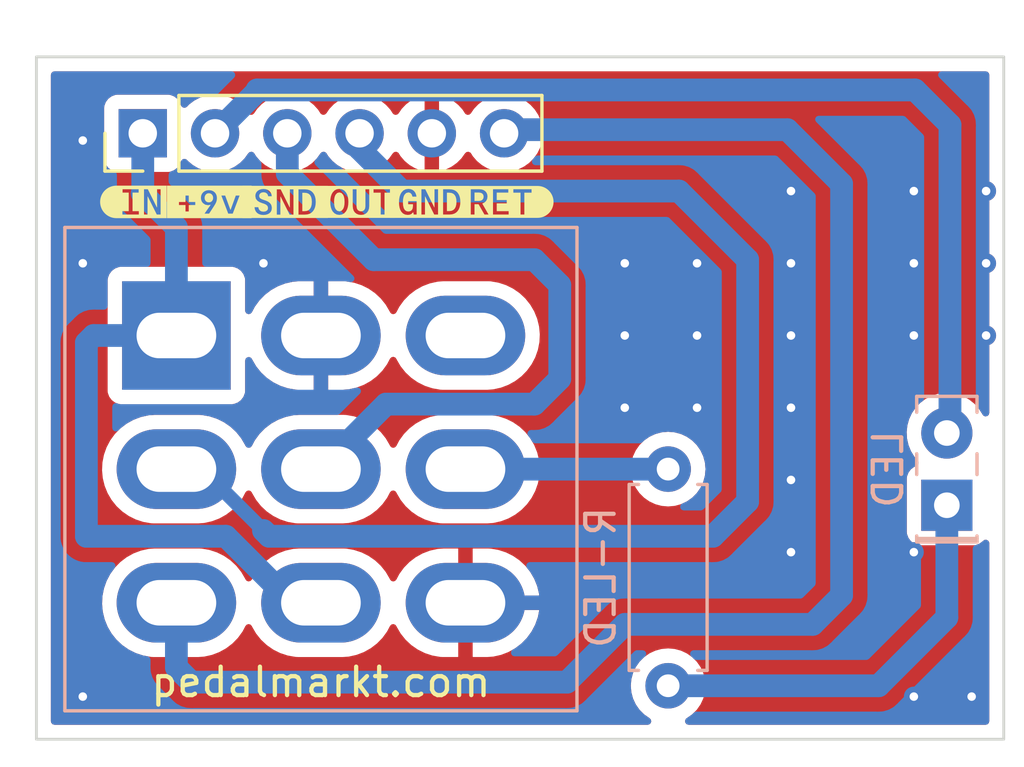
<source format=kicad_pcb>
(kicad_pcb (version 20211014) (generator pcbnew)
  (layers (0 "F.Cu" signal) (31 "B.Cu" signal) (34 "B.Paste" user) (35 "F.Paste" user) (36 "B.SilkS" user "B.Silkscreen") (37 "F.SilkS" user "F.Silkscreen") (38 "B.Mask" user) (39 "F.Mask" user) (44 "Edge.Cuts" user))
  (net 0 "")
  (net 1 "Net-(D1-Pad1)")
  (net 2 "+9V")
  (net 3 "GND")
  (net 4 "/PedalIn")
  (net 5 "/Send")
  (net 6 "/PedalOut")
  (net 7 "/Return")
  (net 8 "/LED_GND")
  (footprint "kibuzzard-65F1D5BE" (layer "F.Cu") (at 51.689 46.101)
    (fp_text reference "kibuzzard-65F1D5BE" hide)
    (fp_text value "G***" hide)
    (fp_poly (pts (xy -0.762 0.33401) (xy -0.6858 0.312579) (xy -0.62738 0.248285) (xy -0.599863 0.182598) (xy -0.583353 0.099836) (xy -0.57785 0) (xy -0.583353 -0.099836) (xy -0.599863 -0.182598) (xy -0.62738 -0.248285) (xy -0.6858 -0.312579) (xy -0.762 -0.33401) (xy -0.839153 -0.312579) (xy -0.89789 -0.248285) (xy -0.925407 -0.182598) (xy -0.941917 -0.099836) (xy -0.94742 0) (xy -0.941917 0.099836) (xy -0.925407 0.182598) (xy -0.89789 0.248285) (xy -0.839153 0.312579) (xy -0.762 0.33401)) (layer "F.SilkS") (width 0) (fill solid))
    (fp_poly (pts (xy -1.08077 -0.563033) (xy -1.186603 -0.563033) (xy -1.186603 0.563033) (xy -1.08077 0.563033) (xy -0.762 0.563033) (xy -0.762 0.4572) (xy -0.853369 0.443794) (xy -0.931051 0.403578) (xy -0.995045 0.33655) (xy -1.03255 0.270272) (xy -1.059339 0.192088) (xy -1.075412 0.101997) (xy -1.08077 0) (xy -1.075412 -0.100965) (xy -1.059339 -0.1905) (xy -1.03255 -0.268605) (xy -0.995045 -0.33528) (xy -0.931051 -0.403013) (xy -0.853369 -0.443653) (xy -0.762 -0.4572) (xy -0.671336 -0.443653) (xy -0.594078 -0.403013) (xy -0.530225 -0.33528) (xy -0.49272 -0.268605) (xy -0.465931 -0.1905) (xy -0.449858 -0.100965) (xy -0.4445 0) (xy -0.449858 0.100965) (xy -0.465931 0.1905) (xy -0.49272 0.268605) (xy -0.530225 0.33528) (xy -0.594078 0.403013) (xy -0.671336 0.443653) (xy -0.762 0.4572) (xy -0.762 0.563033) (xy 0 0.563033) (xy 0 0.4572) (xy -0.082197 0.448098) (xy -0.152682 0.420793) (xy -0.211455 0.375285) (xy -0.255552 0.312984) (xy -0.282011 0.235303) (xy -0.29083 0.14224) (xy -0.29083 -0.4445) (xy -0.15748 -0.4445) (xy -0.15748 0.15748) (xy -0.146526 0.231934) (xy -0.113665 0.287655) (xy -0.063341 0.322421) (xy 0 0.33401) (xy 0.06223 0.322421) (xy 0.11176 0.287655) (xy 0.144145 0.231934) (xy 0.15494 0.15748) (xy 0.15494 -0.4445) (xy 0.28829 -0.4445) (xy 0.28829 0.14224) (xy 0.279612 0.235303) (xy 0.253577 0.312984) (xy 0.210185 0.375285) (xy 0.152118 0.420793) (xy 0.082056 0.448098) (xy 0 0.4572) (xy 0 0.563033) (xy 0.82677 0.563033) (xy 0.82677 0.4445) (xy 0.69342 0.4445) (xy 0.69342 -0.32385) (xy 0.44069 -0.32385) (xy 0.44069 -0.4445) (xy 1.08077 -0.4445) (xy 1.08077 -0.32385) (xy 0.82677 -0.32385) (xy 0.82677 0.4445) (xy 0.82677 0.563033) (xy 1.08077 0.563033) (xy 1.186603 0.563033) (xy 1.186603 -0.563033) (xy 1.08077 -0.563033) (xy -1.08077 -0.563033)) (layer "F.SilkS") (width 0) (fill solid))
  )
  (footprint "kibuzzard-65F1D61D" (layer "F.Cu") (at 43.688 46.101)
    (fp_text reference "kibuzzard-65F1D61D" hide)
    (fp_text value "G***" hide)
    (fp_poly (pts (xy -0.38608 -0.5715) (xy -0.597747 -0.5715) (xy -0.653763 -0.568748) (xy -0.709241 -0.560519) (xy -0.763644 -0.546891) (xy -0.81645 -0.527997) (xy -0.86715 -0.504018) (xy -0.915255 -0.475185) (xy -0.960302 -0.441775) (xy -1.001858 -0.404112) (xy -1.039522 -0.362556) (xy -1.072932 -0.317508) (xy -1.101765 -0.269403) (xy -1.125744 -0.218704) (xy -1.144638 -0.165898) (xy -1.158265 -0.111494) (xy -1.166495 -0.056017) (xy -1.169247 0) (xy -1.166495 0.056017) (xy -1.158265 0.111494) (xy -1.144638 0.165898) (xy -1.125744 0.218704) (xy -1.101765 0.269403) (xy -1.072932 0.317508) (xy -1.039522 0.362556) (xy -1.001858 0.404112) (xy -0.960302 0.441775) (xy -0.915255 0.475185) (xy -0.86715 0.504018) (xy -0.81645 0.527997) (xy -0.763644 0.546891) (xy -0.709241 0.560519) (xy -0.653763 0.568748) (xy -0.597747 0.5715) (xy -0.38608 0.5715) (xy 0.19177 0.5715) (xy 0.19177 0.4445) (xy -0.38608 0.4445) (xy -0.38608 0.32639) (xy -0.16256 0.32639) (xy -0.16256 -0.32639) (xy -0.37973 -0.32639) (xy -0.37973 -0.4445) (xy 0.18542 -0.4445) (xy 0.18542 -0.32639) (xy -0.02921 -0.32639) (xy -0.02921 0.32639) (xy 0.19177 0.32639) (xy 0.19177 0.4445) (xy 0.19177 0.5715) (xy 0.95758 0.5715) (xy 0.95758 0.4445) (xy 0.82296 0.4445) (xy 0.50673 -0.1905) (xy 0.49784 -0.1905) (xy 0.49784 0.4445) (xy 0.37338 0.4445) (xy 0.37338 -0.4445) (xy 0.508 -0.4445) (xy 0.82423 0.19177) (xy 0.83312 0.19177) (xy 0.83312 -0.4445) (xy 0.95758 -0.4445) (xy 0.95758 0.4445) (xy 0.95758 0.5715) (xy 1.169247 0.5715) (xy 1.169247 -0.5715) (xy 0.95758 -0.5715) (xy -0.38608 -0.5715)) (layer "F.SilkS") (width 0) (fill solid))
  )
  (footprint "kibuzzard-65BA2AF1" (layer "F.Cu") (at 56.896 46.101)
    (fp_text reference "kibuzzard-65BA2AF1" hide)
    (fp_text value "G***" hide)
    (fp_poly (pts (xy -1.348528 -0.560917) (xy -1.560195 -0.560917) (xy -1.560195 0.560917) (xy -1.348528 0.560917) (xy -0.724958 0.560917) (xy -0.724958 0.4445) (xy -0.868468 0.4445) (xy -1.075478 0.08128) (xy -1.217718 0.08128) (xy -1.217718 0.4445) (xy -1.348528 0.4445) (xy -1.348528 -0.4445) (xy -1.042458 -0.4445) (xy -0.962731 -0.436739) (xy -0.894574 -0.413456) (xy -0.837988 -0.37465) (xy -0.795655 -0.323003) (xy -0.770255 -0.261197) (xy -0.761788 -0.18923) (xy -0.774012 -0.103664) (xy -0.810683 -0.032385) (xy -0.868945 0.022384) (xy -0.945938 0.05842) (xy -0.724958 0.4445) (xy -0.724958 0.560917) (xy -0.017568 0.560917) (xy -0.017568 0.4445) (xy -0.567478 0.4445) (xy -0.567478 -0.4445) (xy -0.030268 -0.4445) (xy -0.030268 -0.32639) (xy -0.436668 -0.32639) (xy -0.436668 -0.06477) (xy -0.084878 -0.06477) (xy -0.084878 0.05207) (xy -0.436668 0.05207) (xy -0.436668 0.32639) (xy -0.017568 0.32639) (xy -0.017568 0.4445) (xy -0.017568 0.560917) (xy 0.533612 0.560917) (xy 0.533612 0.4445) (xy 0.400262 0.4445) (xy 0.400262 -0.32385) (xy 0.147532 -0.32385) (xy 0.147532 -0.4445) (xy 0.787612 -0.4445) (xy 0.787612 -0.32385) (xy 0.533612 -0.32385) (xy 0.533612 0.4445) (xy 0.533612 0.560917) (xy 0.787612 0.560917) (xy 0.999278 0.560917) (xy 1.054258 0.558216) (xy 1.108708 0.550139) (xy 1.162104 0.536764) (xy 1.213932 0.518219) (xy 1.263693 0.494684) (xy 1.310907 0.466385) (xy 1.35512 0.433594) (xy 1.395906 0.396628) (xy 1.432873 0.355842) (xy 1.465663 0.311629) (xy 1.493963 0.264414) (xy 1.517498 0.214654) (xy 1.536042 0.162826) (xy 1.549417 0.109429) (xy 1.557494 0.054979) (xy 1.560195 0) (xy 1.557494 -0.054979) (xy 1.549417 -0.109429) (xy 1.536042 -0.162826) (xy 1.517498 -0.214654) (xy 1.493963 -0.264414) (xy 1.465663 -0.311629) (xy 1.432873 -0.355842) (xy 1.395906 -0.396628) (xy 1.35512 -0.433594) (xy 1.310907 -0.466385) (xy 1.263693 -0.494684) (xy 1.213932 -0.518219) (xy 1.162104 -0.536764) (xy 1.108708 -0.550139) (xy 1.054258 -0.558216) (xy 0.999278 -0.560917) (xy 0.787612 -0.560917) (xy -1.348528 -0.560917)) (layer "F.SilkS") (width 0) (fill solid))
    (fp_poly (pts (xy -1.217718 -0.32893) (xy -1.217718 -0.03429) (xy -1.060238 -0.03429) (xy -0.992135 -0.04445) (xy -0.940223 -0.07493) (xy -0.907362 -0.122237) (xy -0.896408 -0.18288) (xy -0.907362 -0.243999) (xy -0.940223 -0.290195) (xy -0.992135 -0.319246) (xy -1.060238 -0.32893) (xy -1.217718 -0.32893)) (layer "F.SilkS") (width 0) (fill solid))
  )
  (footprint "kibuzzard-65F1D5F5" (layer "F.Cu") (at 46.355 46.101)
    (fp_text reference "kibuzzard-65F1D5F5" hide)
    (fp_text value "G***" hide)
    (fp_poly (pts (xy -1.064895 -0.5715) (xy -1.488228 -0.5715) (xy -1.488228 0.5715) (xy -1.064895 0.5715) (xy -0.720725 0.5715) (xy -0.720725 0.33655) (xy -0.835025 0.33655) (xy -0.835025 0.11049) (xy -1.064895 0.11049) (xy -1.064895 0.00381) (xy -0.835025 0.00381) (xy -0.835025 -0.22225) (xy -0.720725 -0.22225) (xy -0.720725 0.00381) (xy -0.492125 0.00381) (xy -0.492125 0.11049) (xy -0.720725 0.11049) (xy -0.720725 0.33655) (xy -0.720725 0.5715) (xy -0.005715 0.5715) (xy -0.005715 0.41275) (xy -0.165735 0.41275) (xy 0.052705 0.09906) (xy -0.042545 0.11557) (xy -0.141288 0.097314) (xy -0.221615 0.042545) (xy -0.261126 -0.010583) (xy -0.284833 -0.072602) (xy -0.292735 -0.14351) (xy -0.283986 -0.218158) (xy -0.257739 -0.282928) (xy -0.213995 -0.33782) (xy -0.156563 -0.379448) (xy -0.089253 -0.404424) (xy -0.012065 -0.41275) (xy 0.066463 -0.404213) (xy 0.134408 -0.378601) (xy 0.19177 -0.335915) (xy 0.235162 -0.279259) (xy 0.261197 -0.211737) (xy 0.269875 -0.13335) (xy 0.263208 -0.059214) (xy 0.243205 0.008255) (xy 0.211455 0.073819) (xy 0.169545 0.14224) (xy -0.005715 0.41275) (xy -0.005715 0.5715) (xy 0.824865 0.5715) (xy 0.824865 0.41275) (xy 0.667385 0.41275) (xy 0.426085 -0.22225) (xy 0.559435 -0.22225) (xy 0.742315 0.27813) (xy 0.751205 0.27813) (xy 0.932815 -0.22225) (xy 1.064895 -0.22225) (xy 0.824865 0.41275) (xy 0.824865 0.5715) (xy 1.064895 0.5715) (xy 1.488228 0.5715) (xy 1.488228 -0.5715) (xy 1.064895 -0.5715) (xy -1.064895 -0.5715)) (layer "F.SilkS") (width 0) (fill solid))
    (fp_poly (pts (xy -0.013335 0.01778) (xy 0.048419 0.00635) (xy 0.09652 -0.02794) (xy 0.127476 -0.079057) (xy 0.137795 -0.14097) (xy 0.127317 -0.205264) (xy 0.095885 -0.258445) (xy 0.047625 -0.294164) (xy -0.013335 -0.30607) (xy -0.075089 -0.294164) (xy -0.12319 -0.258445) (xy -0.154146 -0.205264) (xy -0.164465 -0.14097) (xy -0.154305 -0.078264) (xy -0.123825 -0.027305) (xy -0.075883 0.006509) (xy -0.013335 0.01778)) (layer "F.SilkS") (width 0) (fill solid))
  )
  (footprint "pedal-component-footprint:3PDT.LUGS.FLPVSK" (layer "F.Cu") (at 50.28 55.5)
    (fp_text reference "SW1")
    (fp_text value "SW_Push_3PDT" hide)
    (fp_text user "pedalmarkt.com" (at 0 7.492) (layer "F.SilkS"))
    (fp_line (start 9 -8.5) (end 9 8.5) (layer "B.SilkS") (width 0.12))
    (fp_line (start 9 8.5) (end -9 8.5) (layer "B.SilkS") (width 0.12))
    (fp_line (start -9 8.5) (end -9 -8.5) (layer "B.SilkS") (width 0.12))
    (fp_line (start -9 -8.5) (end 9 -8.5) (layer "B.SilkS") (width 0.12))
    (pad "1" thru_hole rect (at -5.08 -4.7 180) (size 3.816 3.816) (drill oval 2.8 1.6) (layers *.Cu *.Mask) (net 4 "/PedalIn"))
    (pad "2" thru_hole oval (at -5.08 0 180) (size 4.2 2.8) (drill oval 2.8 1.6) (layers *.Cu *.Mask) (net 6 "/PedalOut"))
    (pad "3" thru_hole oval (at -5.08 4.7 180) (size 4.2 2.8) (drill oval 2.8 1.6) (layers *.Cu *.Mask) (net 7 "/Return"))
    (pad "4" thru_hole oval (at 0 -4.7 180) (size 4.2 2.8) (drill oval 2.8 1.6) (layers *.Cu *.Mask) (net 3 "GND"))
    (pad "5" thru_hole oval (at 0 0 180) (size 4.2 2.8) (drill oval 2.8 1.6) (layers *.Cu *.Mask) (net 5 "/Send"))
    (pad "6" thru_hole oval (at 0 4.7 180) (size 4.2 2.8) (drill oval 2.8 1.6) (layers *.Cu *.Mask) (net 4 "/PedalIn"))
    (pad "7" thru_hole oval (at 5.08 -4.7 180) (size 4.2 2.8) (drill oval 2.8 1.6) (layers *.Cu *.Mask))
    (pad "8" thru_hole oval (at 5.08 0 180) (size 4.2 2.8) (drill oval 2.8 1.6) (layers *.Cu *.Mask) (net 8 "/LED_GND"))
    (pad "9" thru_hole oval (at 5.08 4.7 180) (size 4.2 2.8) (drill oval 2.8 1.6) (layers *.Cu *.Mask) (net 3 "GND"))
  )
  (footprint "kibuzzard-65F1D58A" (layer "F.Cu") (at 54.102 46.101)
    (fp_text reference "kibuzzard-65F1D58A" hide)
    (fp_text value "G***" hide)
    (fp_poly (pts (xy -1.07823 -0.563033) (xy -1.39573 -0.563033) (xy -1.39573 0.563033) (xy -1.07823 0.563033) (xy -0.77343 0.563033) (xy -0.77343 0.4572) (xy -0.863388 0.444429) (xy -0.93853 0.406118) (xy -0.998855 0.342265) (xy -1.033582 0.278725) (xy -1.058386 0.203041) (xy -1.073269 0.115213) (xy -1.07823 0.01524) (xy -1.072753 -0.089813) (xy -1.056323 -0.182721) (xy -1.028938 -0.263485) (xy -0.9906 -0.332105) (xy -0.924701 -0.401602) (xy -0.843844 -0.443301) (xy -0.74803 -0.4572) (xy -0.673382 -0.449227) (xy -0.608612 -0.425309) (xy -0.55372 -0.385445) (xy -0.510399 -0.331329) (xy -0.480342 -0.264654) (xy -0.46355 -0.18542) (xy -0.60325 -0.18542) (xy -0.633448 -0.26797) (xy -0.681708 -0.3175) (xy -0.74803 -0.33401) (xy -0.82931 -0.311626) (xy -0.89027 -0.244475) (xy -0.918492 -0.175824) (xy -0.935426 -0.089253) (xy -0.94107 0.01524) (xy -0.933399 0.131826) (xy -0.910387 0.222504) (xy -0.872033 0.287274) (xy -0.818337 0.326136) (xy -0.7493 0.33909) (xy -0.682149 0.327025) (xy -0.630555 0.29083) (xy -0.597694 0.232093) (xy -0.58674 0.1524) (xy -0.58674 0.08128) (xy -0.75565 0.08128) (xy -0.75565 -0.0254) (xy -0.4572 -0.0254) (xy -0.4572 0.4445) (xy -0.56007 0.4445) (xy -0.57531 0.3683) (xy -0.5842 0.3683) (xy -0.647065 0.42799) (xy -0.702469 0.449897) (xy -0.77343 0.4572) (xy -0.77343 0.563033) (xy 0.29464 0.563033) (xy 0.29464 0.4445) (xy 0.16002 0.4445) (xy -0.15621 -0.1905) (xy -0.1651 -0.1905) (xy -0.1651 0.4445) (xy -0.28956 0.4445) (xy -0.28956 -0.4445) (xy -0.15494 -0.4445) (xy 0.16129 0.19177) (xy 0.17018 0.19177) (xy 0.17018 -0.4445) (xy 0.29464 -0.4445) (xy 0.29464 0.4445) (xy 0.29464 0.563033) (xy 0.69723 0.563033) (xy 0.69723 0.4445) (xy 0.47244 0.4445) (xy 0.47244 -0.4445) (xy 0.69723 -0.4445) (xy 0.784463 -0.437078) (xy 0.860743 -0.414814) (xy 0.926068 -0.377706) (xy 0.98044 -0.325755) (xy 1.023223 -0.261025) (xy 1.053782 -0.185579) (xy 1.072118 -0.099417) (xy 1.07823 -0.00254) (xy 1.072158 0.095528) (xy 1.053941 0.182721) (xy 1.02358 0.25904) (xy 0.981075 0.324485) (xy 0.926902 0.376992) (xy 0.861536 0.414496) (xy 0.784979 0.436999) (xy 0.69723 0.4445) (xy 0.69723 0.563033) (xy 1.07823 0.563033) (xy 1.39573 0.563033) (xy 1.39573 -0.563033) (xy 1.07823 -0.563033) (xy -1.07823 -0.563033)) (layer "F.SilkS") (width 0) (fill solid))
    (fp_poly (pts (xy 0.68961 0.32385) (xy 0.765881 0.314607) (xy 0.828746 0.286879) (xy 0.878205 0.240665) (xy 0.913836 0.176671) (xy 0.935214 0.095603) (xy 0.94234 -0.00254) (xy 0.93532 -0.100718) (xy 0.914259 -0.181046) (xy 0.879157 -0.243522) (xy 0.830016 -0.288149) (xy 0.766833 -0.314925) (xy 0.68961 -0.32385) (xy 0.60579 -0.32385) (xy 0.60579 0.32385) (xy 0.68961 0.32385)) (layer "F.SilkS") (width 0) (fill solid))
  )
  (footprint "kibuzzard-65F1D635" (layer "F.Cu") (at 49.022 46.101)
    (fp_text reference "kibuzzard-65F1D635" hide)
    (fp_text value "G***" hide)
    (fp_poly (pts (xy -1.07569 -0.565679) (xy -1.499023 -0.565679) (xy -1.499023 0.565679) (xy -1.07569 0.565679) (xy -0.76454 0.565679) (xy -0.76454 0.459846) (xy -0.851888 0.451732) (xy -0.925971 0.42739) (xy -0.98679 0.386821) (xy -1.032792 0.33214) (xy -1.062426 0.265465) (xy -1.07569 0.186796) (xy -0.94361 0.186796) (xy -0.925354 0.254106) (xy -0.888365 0.303636) (xy -0.833914 0.334116) (xy -0.76327 0.344276) (xy -0.699294 0.336338) (xy -0.647065 0.312526) (xy -0.612299 0.272521) (xy -0.60071 0.216006) (xy -0.61468 0.150601) (xy -0.659765 0.104246) (xy -0.71374 0.075036) (xy -0.78105 0.050906) (xy -0.81407 0.040746) (xy -0.898525 0.007091) (xy -0.970915 -0.037994) (xy -1.028065 -0.108479) (xy -1.04775 -0.205634) (xy -1.038719 -0.275978) (xy -1.011626 -0.336303) (xy -0.96647 -0.386609) (xy -0.907344 -0.424356) (xy -0.838341 -0.447005) (xy -0.75946 -0.454554) (xy -0.680156 -0.446581) (xy -0.611576 -0.422663) (xy -0.55372 -0.382799) (xy -0.509411 -0.330517) (xy -0.481471 -0.269346) (xy -0.4699 -0.199284) (xy -0.59563 -0.199284) (xy -0.611188 -0.25564) (xy -0.64516 -0.300249) (xy -0.695325 -0.3293) (xy -0.75946 -0.338984) (xy -0.822484 -0.329935) (xy -0.871855 -0.302789) (xy -0.903764 -0.261355) (xy -0.9144 -0.209444) (xy -0.90297 -0.162454) (xy -0.880745 -0.129434) (xy -0.838835 -0.103399) (xy -0.79883 -0.085619) (xy -0.75057 -0.069744) (xy -0.72136 -0.059584) (xy -0.678815 -0.044344) (xy -0.63373 -0.025294) (xy -0.5842 0.001376) (xy -0.54102 0.036301) (xy -0.50165 0.082021) (xy -0.47752 0.139806) (xy -0.46736 0.212196) (xy -0.476532 0.286279) (xy -0.504049 0.347663) (xy -0.54991 0.396346) (xy -0.610447 0.431624) (xy -0.68199 0.45279) (xy -0.76454 0.459846) (xy -0.76454 0.565679) (xy 0.2921 0.565679) (xy 0.2921 0.447146) (xy 0.15748 0.447146) (xy -0.15875 -0.187854) (xy -0.16764 -0.187854) (xy -0.16764 0.447146) (xy -0.2921 0.447146) (xy -0.2921 -0.441854) (xy -0.15748 -0.441854) (xy 0.15875 0.194416) (xy 0.16764 0.194416) (xy 0.16764 -0.441854) (xy 0.2921 -0.441854) (xy 0.2921 0.447146) (xy 0.2921 0.565679) (xy 0.69469 0.565679) (xy 0.69469 0.447146) (xy 0.4699 0.447146) (xy 0.4699 -0.441854) (xy 0.69469 -0.441854) (xy 0.781923 -0.434433) (xy 0.858202 -0.412168) (xy 0.923528 -0.37506) (xy 0.9779 -0.323109) (xy 1.020683 -0.258379) (xy 1.051242 -0.182933) (xy 1.069578 -0.096771) (xy 1.07569 0.000106) (xy 1.069618 0.098174) (xy 1.051401 0.185367) (xy 1.02104 0.261686) (xy 0.978535 0.327131) (xy 0.924362 0.379637) (xy 0.858996 0.417142) (xy 0.782439 0.439645) (xy 0.69469 0.447146) (xy 0.69469 0.565679) (xy 1.07569 0.565679) (xy 1.499023 0.565679) (xy 1.499023 -0.565679) (xy 1.07569 -0.565679) (xy -1.07569 -0.565679)) (layer "F.SilkS") (width 0) (fill solid))
    (fp_poly (pts (xy 0.68707 0.326496) (xy 0.763341 0.317253) (xy 0.826206 0.289525) (xy 0.875665 0.243311) (xy 0.911296 0.179317) (xy 0.932674 0.098249) (xy 0.9398 0.000106) (xy 0.93278 -0.098072) (xy 0.911719 -0.1784) (xy 0.876617 -0.240877) (xy 0.827476 -0.285503) (xy 0.764293 -0.312279) (xy 0.68707 -0.321204) (xy 0.60325 -0.321204) (xy 0.60325 0.326496) (xy 0.68707 0.326496)) (layer "F.SilkS") (width 0) (fill solid))
  )
  (footprint "Connector_PinHeader_2.54mm:PinHeader_1x06_P2.54mm_Vertical" (layer "F.Cu") (at 44.018 43.688 90)
    (fp_text reference "J1" hide)
    (fp_text value "SwitchConn")
    (fp_line (start -1.33 1.27) (end -1.33 14.03) (layer "F.SilkS") (width 0.12))
    (fp_line (start 1.33 1.27) (end 1.33 14.03) (layer "F.SilkS") (width 0.12))
    (fp_line (start -1.33 1.27) (end 1.33 1.27) (layer "F.SilkS") (width 0.12))
    (fp_line (start -1.33 14.03) (end 1.33 14.03) (layer "F.SilkS") (width 0.12))
    (fp_line (start -1.33 -1.33) (end 0 -1.33) (layer "F.SilkS") (width 0.12))
    (fp_line (start -1.33 0) (end -1.33 -1.33) (layer "F.SilkS") (width 0.12))
    (pad "1" thru_hole rect (at 0 0 90) (size 1.7 1.7) (drill 1) (layers F&B.Cu *.Mask) (net 4 "/PedalIn"))
    (pad "2" thru_hole oval (at 0 2.54 90) (size 1.7 1.7) (drill 1) (layers F&B.Cu *.Mask) (net 2 "+9V"))
    (pad "3" thru_hole oval (at 0 5.08 90) (size 1.7 1.7) (drill 1) (layers F&B.Cu *.Mask) (net 5 "/Send"))
    (pad "4" thru_hole oval (at 0 7.62 90) (size 1.7 1.7) (drill 1) (layers F&B.Cu *.Mask) (net 6 "/PedalOut"))
    (pad "5" thru_hole oval (at 0 10.16 90) (size 1.7 1.7) (drill 1) (layers F&B.Cu *.Mask) (net 3 "GND"))
    (pad "6" thru_hole oval (at 0 12.7 90) (size 1.7 1.7) (drill 1) (layers F&B.Cu *.Mask) (net 7 "/Return"))
  )
  (footprint "LED_THT:LED_Rectangular_W5.0mm_H2.0mm" (layer "B.Cu") (at 72.28 56.77 90)
    (fp_text reference "D1" hide)
    (fp_text value "LED" (at 1.27 -2.06 90) (layer "B.SilkS") (effects (justify mirror)))
    (fp_line (start -1.29 1.06) (end -1.29 -1.06) (layer "B.SilkS") (width 0.12))
    (fp_line (start 3.27 1.06) (end 3.83 1.06) (layer "B.SilkS") (width 0.12))
    (fp_line (start -1.29 1.06) (end -1.08 1.06) (layer "B.SilkS") (width 0.12))
    (fp_line (start 3.83 1.06) (end 3.83 -1.06) (layer "B.SilkS") (width 0.12))
    (fp_line (start -1.17 1.06) (end -1.17 -1.06) (layer "B.SilkS") (width 0.12))
    (fp_line (start 1.08 1.06) (end 1.811 1.06) (layer "B.SilkS") (width 0.12))
    (fp_line (start 3.27 -1.06) (end 3.83 -1.06) (layer "B.SilkS") (width 0.12))
    (fp_line (start -1.29 -1.06) (end -1.08 -1.06) (layer "B.SilkS") (width 0.12))
    (fp_line (start 1.08 -1.06) (end 1.811 -1.06) (layer "B.SilkS") (width 0.12))
    (pad "1" thru_hole rect (at 0 0 90) (size 1.8 1.8) (drill 0.9) (layers F&B.Cu *.Mask) (net 1 "Net-(D1-Pad1)"))
    (pad "2" thru_hole circle (at 2.54 0 90) (size 1.8 1.8) (drill 0.9) (layers F&B.Cu *.Mask) (net 2 "+9V"))
  )
  (footprint "Resistor_THT:R_Axial_DIN0207_L6.3mm_D2.5mm_P7.62mm_Horizontal" (layer "B.Cu") (at 62.484 63.119 90)
    (fp_text reference "R1" hide)
    (fp_text value "R-LED" (at 3.81 -2.37 90) (layer "B.SilkS") (effects (justify mirror)))
    (fp_line (start 0.54 -1.37) (end 7.08 -1.37) (layer "B.SilkS") (width 0.12))
    (fp_line (start 0.54 1.37) (end 7.08 1.37) (layer "B.SilkS") (width 0.12))
    (fp_line (start 7.08 1.37) (end 7.08 1.04) (layer "B.SilkS") (width 0.12))
    (fp_line (start 0.54 1.04) (end 0.54 1.37) (layer "B.SilkS") (width 0.12))
    (fp_line (start 7.08 -1.37) (end 7.08 -1.04) (layer "B.SilkS") (width 0.12))
    (fp_line (start 0.54 -1.04) (end 0.54 -1.37) (layer "B.SilkS") (width 0.12))
    (pad "1" thru_hole circle (at 0 0 90) (size 1.6 1.6) (drill 0.8) (layers *.Cu *.Mask) (net 1 "Net-(D1-Pad1)"))
    (pad "2" thru_hole oval (at 7.62 0 90) (size 1.6 1.6) (drill 0.8) (layers *.Cu *.Mask) (net 8 "/LED_GND"))
  )
  (gr_poly (pts (xy 60.28 41) (xy 74.28 41) (xy 74.28 65) (xy 60.28 65) (xy 40.28 65) (xy 40.28 41) (xy 59 41)) (layer "Edge.Cuts") (width 0.1) (fill none))
  (segment (start 69.881 63.119) (end 72.28 60.72) (width 0.8) (layer "B.Cu") (net 1))
  (segment (start 72.28 60.72) (end 72.28 56.77) (width 0.8) (layer "B.Cu") (net 1))
  (segment (start 62.484 63.119) (end 69.881 63.119) (width 0.8) (layer "B.Cu") (net 1))
  (segment (start 72.39 54.12) (end 72.28 54.23) (width 0.8) (layer "B.Cu") (net 2))
  (segment (start 48.036 42.164) (end 71.164 42.164) (width 0.8) (layer "B.Cu") (net 2))
  (segment (start 72.39 43.39) (end 72.39 54.12) (width 0.8) (layer "B.Cu") (net 2))
  (segment (start 48.036 42.164) (end 48.036 42.21) (width 0.8) (layer "B.Cu") (net 2))
  (segment (start 71.164 42.164) (end 72.39 43.39) (width 0.8) (layer "B.Cu") (net 2))
  (segment (start 48.036 42.21) (end 46.558 43.688) (width 0.8) (layer "B.Cu") (net 2))
  (via (at 60.96 48.26) (size 0.7) (drill 0.3) (layers "F.Cu" "B.Cu") (net 3))
  (via (at 71.12 48.26) (size 0.7) (drill 0.3) (layers "F.Cu" "B.Cu") (net 3))
  (via (at 71.12 50.8) (size 0.7) (drill 0.3) (layers "F.Cu" "B.Cu") (net 3))
  (via (at 66.802 53.34) (size 0.7) (drill 0.3) (layers "F.Cu" "B.Cu") (net 3))
  (via (at 48.26 48.26) (size 0.7) (drill 0.3) (layers "F.Cu" "B.Cu") (net 3))
  (via (at 41.91 43.942) (size 0.7) (drill 0.3) (layers "F.Cu" "B.Cu") (net 3))
  (via (at 63.5 53.34) (size 0.7) (drill 0.3) (layers "F.Cu" "B.Cu") (net 3))
  (via (at 60.96 50.8) (size 0.7) (drill 0.3) (layers "F.Cu" "B.Cu") (net 3))
  (via (at 41.91 63.5) (size 0.7) (drill 0.3) (layers "F.Cu" "B.Cu") (net 3))
  (via (at 73.66 50.8) (size 0.7) (drill 0.3) (layers "F.Cu" "B.Cu") (net 3))
  (via (at 71.12 45.72) (size 0.7) (drill 0.3) (layers "F.Cu" "B.Cu") (net 3))
  (via (at 71.12 63.5) (size 0.7) (drill 0.3) (layers "F.Cu" "B.Cu") (net 3))
  (via (at 63.5 48.26) (size 0.7) (drill 0.3) (layers "F.Cu" "B.Cu") (net 3))
  (via (at 66.802 48.26) (size 0.7) (drill 0.3) (layers "F.Cu" "B.Cu") (net 3))
  (via (at 66.802 55.88) (size 0.7) (drill 0.3) (layers "F.Cu" "B.Cu") (net 3))
  (via (at 73.152 63.5) (size 0.7) (drill 0.3) (layers "F.Cu" "B.Cu") (net 3))
  (via (at 41.91 48.26) (size 0.7) (drill 0.3) (layers "F.Cu" "B.Cu") (net 3))
  (via (at 60.96 53.34) (size 0.7) (drill 0.3) (layers "F.Cu" "B.Cu") (net 3))
  (via (at 71.12 58.42) (size 0.7) (drill 0.3) (layers "F.Cu" "B.Cu") (net 3))
  (via (at 63.5 50.8) (size 0.7) (drill 0.3) (layers "F.Cu" "B.Cu") (net 3))
  (via (at 66.802 58.42) (size 0.7) (drill 0.3) (layers "F.Cu" "B.Cu") (net 3))
  (via (at 66.802 50.8) (size 0.7) (drill 0.3) (layers "F.Cu" "B.Cu") (net 3))
  (via (at 73.66 45.72) (size 0.7) (drill 0.3) (layers "F.Cu" "B.Cu") (net 3))
  (via (at 73.66 48.26) (size 0.7) (drill 0.3) (layers "F.Cu" "B.Cu") (net 3))
  (via (at 66.802 45.72) (size 0.7) (drill 0.3) (layers "F.Cu" "B.Cu") (net 3))
  (segment (start 42.291 50.8) (end 42.037 51.054) (width 0.8) (layer "B.Cu") (net 4))
  (segment (start 44.018 45.782) (end 44.018 43.688) (width 0.8) (layer "B.Cu") (net 4))
  (segment (start 45.2 47) (end 44 45.8) (width 0.8) (layer "B.Cu") (net 4))
  (segment (start 44 45.8) (end 44.018 45.782) (width 0.8) (layer "B.Cu") (net 4))
  (segment (start 49.278 60.2) (end 50.28 60.2) (width 0.8) (layer "B.Cu") (net 4))
  (segment (start 42.037 51.054) (end 42.037 57.8612) (width 0.8) (layer "B.Cu") (net 4))
  (segment (start 46.9392 57.8612) (end 49.278 60.2) (width 0.8) (layer "B.Cu") (net 4))
  (segment (start 42.037 57.8612) (end 46.9392 57.8612) (width 0.8) (layer "B.Cu") (net 4))
  (segment (start 45.2 50.8) (end 45.2 47) (width 0.8) (layer "B.Cu") (net 4))
  (segment (start 45.2 50.8) (end 42.291 50.8) (width 0.8) (layer "B.Cu") (net 4))
  (segment (start 52.567 53.213) (end 57.785 53.213) (width 0.8) (layer "B.Cu") (net 5))
  (segment (start 57.785 53.213) (end 58.674 52.324) (width 0.8) (layer "B.Cu") (net 5))
  (segment (start 57.785 48.133) (end 52.133 48.133) (width 0.8) (layer "B.Cu") (net 5))
  (segment (start 49.098 45.098) (end 49.098 43.688) (width 0.8) (layer "B.Cu") (net 5))
  (segment (start 58.674 49.022) (end 57.785 48.133) (width 0.8) (layer "B.Cu") (net 5))
  (segment (start 52.133 48.133) (end 49.098 45.098) (width 0.8) (layer "B.Cu") (net 5))
  (segment (start 50.28 55.5) (end 52.567 53.213) (width 0.8) (layer "B.Cu") (net 5))
  (segment (start 58.674 52.324) (end 58.674 49.022) (width 0.8) (layer "B.Cu") (net 5))
  (segment (start 64.0588 57.8612) (end 65.278 56.642) (width 0.8) (layer "B.Cu") (net 6))
  (segment (start 46.102 55.5) (end 45.2 55.5) (width 0.5) (layer "B.Cu") (net 6))
  (segment (start 53.12 45.72) (end 51.638 44.238) (width 0.8) (layer "B.Cu") (net 6))
  (segment (start 48.26 57.658) (end 48.4632 57.8612) (width 0.8) (layer "B.Cu") (net 6))
  (segment (start 65.278 48.133) (end 62.865 45.72) (width 0.8) (layer "B.Cu") (net 6))
  (segment (start 51.638 44.238) (end 51.638 43.688) (width 0.8) (layer "B.Cu") (net 6))
  (segment (start 48.4632 57.8612) (end 64.0588 57.8612) (width 0.8) (layer "B.Cu") (net 6))
  (segment (start 48.26 57.658) (end 46.102 55.5) (width 0.5) (layer "B.Cu") (net 6))
  (segment (start 62.865 45.72) (end 53.12 45.72) (width 0.8) (layer "B.Cu") (net 6))
  (segment (start 65.278 56.642) (end 65.278 48.133) (width 0.8) (layer "B.Cu") (net 6))
  (segment (start 45.72 62.992) (end 58.928 62.992) (width 0.8) (layer "B.Cu") (net 7))
  (segment (start 45.2 62.472) (end 45.72 62.992) (width 0.8) (layer "B.Cu") (net 7))
  (segment (start 67.564 60.96) (end 68.58 59.944) (width 0.8) (layer "B.Cu") (net 7))
  (segment (start 58.928 62.992) (end 60.96 60.96) (width 0.8) (layer "B.Cu") (net 7))
  (segment (start 45.2 60.2) (end 45.2 62.472) (width 0.8) (layer "B.Cu") (net 7))
  (segment (start 68.58 59.944) (end 68.58 45.466) (width 0.8) (layer "B.Cu") (net 7))
  (segment (start 68.58 45.466) (end 66.675 43.561) (width 0.8) (layer "B.Cu") (net 7))
  (segment (start 56.845 43.561) (end 56.718 43.688) (width 0.8) (layer "B.Cu") (net 7))
  (segment (start 66.675 43.561) (end 56.845 43.561) (width 0.8) (layer "B.Cu") (net 7))
  (segment (start 60.96 60.96) (end 67.564 60.96) (width 0.8) (layer "B.Cu") (net 7))
  (segment (start 62.483 55.5) (end 62.484 55.499) (width 0.8) (layer "B.Cu") (net 8))
  (segment (start 55.36 55.5) (end 62.483 55.5) (width 0.8) (layer "B.Cu") (net 8))
  (zone (net 3) (net_name "GND") (layers F&B.Cu) (connect_pads (clearance 0.508)) (min_thickness 0.254) (fill yes (thermal_gap 0.508) (thermal_bridge_width 0.508))
    (polygon (pts (xy 75 66) (xy 39 66) (xy 39 39) (xy 75 39)))
  )
)
</source>
